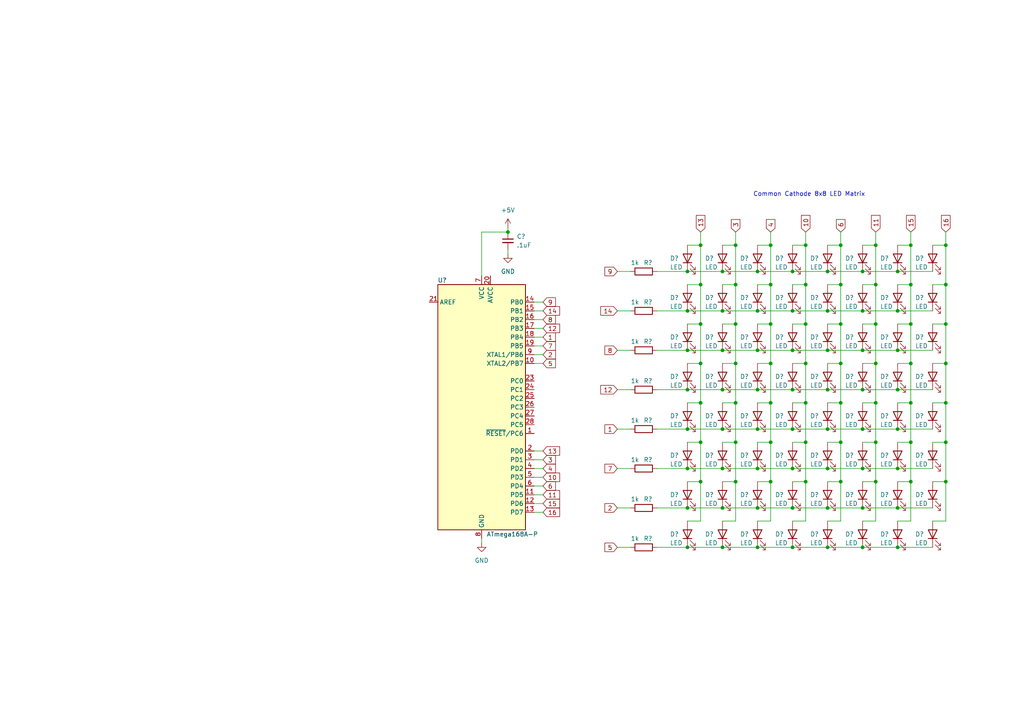
<source format=kicad_sch>
(kicad_sch (version 20211123) (generator eeschema)
  (paper "A4")
  (lib_symbols
    (symbol "Device:C_Small" (pin_numbers hide) (pin_names (offset 0.254) hide)
      (property "Reference" "C" (at 0.254 1.778 0))
      (property "Value" "C_Small" (at 0.254 -2.032 0))
      (symbol "C_Small_0_1"
        (polyline (pts (xy -1.524 -0.508) (xy 1.524 -0.508)) (stroke (width 0.3302)))
        (polyline (pts (xy -1.524 0.508) (xy 1.524 0.508)) (stroke (width 0.3048)))
      )
      (symbol "C_Small_1_1"
        (pin passive line (at 0 2.54 270) (length 2.032) (name "~") (number "1"))
        (pin passive line (at 0 -2.54 90) (length 2.032) (name "~") (number "2"))
      )
    )
    (symbol "Device:LED" (pin_numbers hide) (pin_names (offset 1.016) hide)
      (property "Reference" "D" (at 0 2.54 0))
      (property "Value" "LED" (at 0 -2.54 0))
      (symbol "LED_0_1"
        (polyline (pts (xy -1.27 -1.27) (xy -1.27 1.27)) (stroke (width 0.254)))
        (polyline (pts (xy -1.27 0) (xy 1.27 0)))
        (polyline (pts (xy 1.27 -1.27) (xy 1.27 1.27) (xy -1.27 0) (xy 1.27 -1.27)) (stroke (width 0.254)))
        (polyline (pts (xy -3.048 -0.762) (xy -4.572 -2.286) (xy -3.81 -2.286) (xy -4.572 -2.286) (xy -4.572 -1.524)))
        (polyline (pts (xy -1.778 -0.762) (xy -3.302 -2.286) (xy -2.54 -2.286) (xy -3.302 -2.286) (xy -3.302 -1.524)))
      )
      (symbol "LED_1_1"
        (pin passive line (at -3.81 0 0) (length 2.54) (name "K") (number "1"))
        (pin passive line (at 3.81 0 180) (length 2.54) (name "A") (number "2"))
      )
    )
    (symbol "Device:R" (pin_numbers hide) (pin_names (offset 0))
      (property "Reference" "R" (at 2.032 0 90))
      (property "Value" "R" (at 0 0 90))
      (symbol "R_0_1"
        (rectangle (start -1.016 -2.54) (end 1.016 2.54) (stroke (width 0.254)))
      )
      (symbol "R_1_1"
        (pin passive line (at 0 3.81 270) (length 1.27) (name "~") (number "1"))
        (pin passive line (at 0 -3.81 90) (length 1.27) (name "~") (number "2"))
      )
    )
    (symbol "MCU_Microchip_ATmega:ATmega168A-P"
      (property "Reference" "U" (at -12.7 36.83 0))
      (property "Value" "ATmega168A-P" (at 2.54 -36.83 0))
      (symbol "ATmega168A-P_0_1"
        (rectangle (start -12.7 -35.56) (end 12.7 35.56) (stroke (width 0.254)) (fill (type background)))
      )
      (symbol "ATmega168A-P_1_1"
        (pin bidirectional line (at 15.24 -7.62 180) (length 2.54) (name "~{RESET}/PC6") (number "1"))
        (pin bidirectional line (at 15.24 12.7 180) (length 2.54) (name "XTAL2/PB7") (number "10"))
        (pin bidirectional line (at 15.24 -25.4 180) (length 2.54) (name "PD5") (number "11"))
        (pin bidirectional line (at 15.24 -27.94 180) (length 2.54) (name "PD6") (number "12"))
        (pin bidirectional line (at 15.24 -30.48 180) (length 2.54) (name "PD7") (number "13"))
        (pin bidirectional line (at 15.24 30.48 180) (length 2.54) (name "PB0") (number "14"))
        (pin bidirectional line (at 15.24 27.94 180) (length 2.54) (name "PB1") (number "15"))
        (pin bidirectional line (at 15.24 25.4 180) (length 2.54) (name "PB2") (number "16"))
        (pin bidirectional line (at 15.24 22.86 180) (length 2.54) (name "PB3") (number "17"))
        (pin bidirectional line (at 15.24 20.32 180) (length 2.54) (name "PB4") (number "18"))
        (pin bidirectional line (at 15.24 17.78 180) (length 2.54) (name "PB5") (number "19"))
        (pin bidirectional line (at 15.24 -12.7 180) (length 2.54) (name "PD0") (number "2"))
        (pin power_in line (at 2.54 38.1 270) (length 2.54) (name "AVCC") (number "20"))
        (pin passive line (at -15.24 30.48 0) (length 2.54) (name "AREF") (number "21"))
        (pin passive line (at 0 -38.1 90) (length 2.54) hide (name "GND") (number "22"))
        (pin bidirectional line (at 15.24 7.62 180) (length 2.54) (name "PC0") (number "23"))
        (pin bidirectional line (at 15.24 5.08 180) (length 2.54) (name "PC1") (number "24"))
        (pin bidirectional line (at 15.24 2.54 180) (length 2.54) (name "PC2") (number "25"))
        (pin bidirectional line (at 15.24 0 180) (length 2.54) (name "PC3") (number "26"))
        (pin bidirectional line (at 15.24 -2.54 180) (length 2.54) (name "PC4") (number "27"))
        (pin bidirectional line (at 15.24 -5.08 180) (length 2.54) (name "PC5") (number "28"))
        (pin bidirectional line (at 15.24 -15.24 180) (length 2.54) (name "PD1") (number "3"))
        (pin bidirectional line (at 15.24 -17.78 180) (length 2.54) (name "PD2") (number "4"))
        (pin bidirectional line (at 15.24 -20.32 180) (length 2.54) (name "PD3") (number "5"))
        (pin bidirectional line (at 15.24 -22.86 180) (length 2.54) (name "PD4") (number "6"))
        (pin power_in line (at 0 38.1 270) (length 2.54) (name "VCC") (number "7"))
        (pin power_in line (at 0 -38.1 90) (length 2.54) (name "GND") (number "8"))
        (pin bidirectional line (at 15.24 15.24 180) (length 2.54) (name "XTAL1/PB6") (number "9"))
      )
    )
    (symbol "power:+5V" (power) (pin_names (offset 0))
      (property "Value" "+5V" (at 0 3.556 0))
      (symbol "+5V_0_1"
        (polyline (pts (xy -0.762 1.27) (xy 0 2.54)))
        (polyline (pts (xy 0 0) (xy 0 2.54)))
        (polyline (pts (xy 0 2.54) (xy 0.762 1.27)))
      )
      (symbol "+5V_1_1"
        (pin power_in line (at 0 0 90) (length 0) hide (name "+5V") (number "1"))
      )
    )
    (symbol "power:GND" (power) (pin_names (offset 0))
      (property "Value" "GND" (at 0 -3.81 0))
      (symbol "GND_0_1"
        (polyline (pts (xy 0 0) (xy 0 -1.27) (xy 1.27 -1.27) (xy 0 -2.54) (xy -1.27 -1.27) (xy 0 -1.27)))
      )
      (symbol "GND_1_1"
        (pin power_in line (at 0 0 270) (length 0) hide (name "GND") (number "1"))
      )
    )
  )
  (junction (at 147.32 67.31))
  (junction (at 219.71 113.03))
  (junction (at 233.68 139.7))
  (junction (at 240.03 113.03))
  (junction (at 209.55 158.75))
  (junction (at 260.35 158.75))
  (junction (at 250.19 147.32))
  (junction (at 209.55 78.74))
  (junction (at 203.2 116.84))
  (junction (at 203.2 105.41))
  (junction (at 260.35 78.74))
  (junction (at 243.84 105.41))
  (junction (at 199.39 101.6))
  (junction (at 264.16 139.7))
  (junction (at 264.16 71.12))
  (junction (at 254 71.12))
  (junction (at 229.87 135.89))
  (junction (at 233.68 71.12))
  (junction (at 254 105.41))
  (junction (at 219.71 78.74))
  (junction (at 264.16 93.98))
  (junction (at 240.03 158.75))
  (junction (at 199.39 158.75))
  (junction (at 250.19 124.46))
  (junction (at 240.03 90.17))
  (junction (at 213.36 139.7))
  (junction (at 260.35 124.46))
  (junction (at 254 128.27))
  (junction (at 213.36 128.27))
  (junction (at 229.87 147.32))
  (junction (at 219.71 101.6))
  (junction (at 223.52 71.12))
  (junction (at 250.19 113.03))
  (junction (at 203.2 139.7))
  (junction (at 199.39 124.46))
  (junction (at 203.2 93.98))
  (junction (at 219.71 90.17))
  (junction (at 240.03 135.89))
  (junction (at 250.19 158.75))
  (junction (at 199.39 113.03))
  (junction (at 209.55 147.32))
  (junction (at 229.87 124.46))
  (junction (at 229.87 113.03))
  (junction (at 213.36 93.98))
  (junction (at 203.2 71.12))
  (junction (at 223.52 139.7))
  (junction (at 199.39 135.89))
  (junction (at 243.84 116.84))
  (junction (at 243.84 139.7))
  (junction (at 254 82.55))
  (junction (at 274.32 139.7))
  (junction (at 260.35 101.6))
  (junction (at 199.39 78.74))
  (junction (at 243.84 71.12))
  (junction (at 233.68 93.98))
  (junction (at 209.55 101.6))
  (junction (at 260.35 90.17))
  (junction (at 219.71 158.75))
  (junction (at 213.36 82.55))
  (junction (at 264.16 128.27))
  (junction (at 223.52 128.27))
  (junction (at 260.35 113.03))
  (junction (at 254 93.98))
  (junction (at 219.71 135.89))
  (junction (at 203.2 82.55))
  (junction (at 260.35 147.32))
  (junction (at 213.36 105.41))
  (junction (at 264.16 82.55))
  (junction (at 250.19 135.89))
  (junction (at 213.36 71.12))
  (junction (at 250.19 90.17))
  (junction (at 243.84 93.98))
  (junction (at 223.52 116.84))
  (junction (at 199.39 90.17))
  (junction (at 240.03 124.46))
  (junction (at 240.03 147.32))
  (junction (at 199.39 147.32))
  (junction (at 274.32 116.84))
  (junction (at 209.55 90.17))
  (junction (at 240.03 101.6))
  (junction (at 209.55 135.89))
  (junction (at 209.55 124.46))
  (junction (at 229.87 158.75))
  (junction (at 254 139.7))
  (junction (at 209.55 113.03))
  (junction (at 233.68 82.55))
  (junction (at 223.52 93.98))
  (junction (at 274.32 82.55))
  (junction (at 274.32 71.12))
  (junction (at 213.36 116.84))
  (junction (at 219.71 124.46))
  (junction (at 250.19 78.74))
  (junction (at 254 116.84))
  (junction (at 233.68 128.27))
  (junction (at 229.87 90.17))
  (junction (at 229.87 101.6))
  (junction (at 274.32 93.98))
  (junction (at 243.84 128.27))
  (junction (at 260.35 135.89))
  (junction (at 264.16 116.84))
  (junction (at 233.68 105.41))
  (junction (at 240.03 78.74))
  (junction (at 243.84 82.55))
  (junction (at 229.87 78.74))
  (junction (at 264.16 105.41))
  (junction (at 203.2 128.27))
  (junction (at 233.68 116.84))
  (junction (at 274.32 105.41))
  (junction (at 274.32 128.27))
  (junction (at 219.71 147.32))
  (junction (at 223.52 82.55))
  (junction (at 250.19 101.6))
  (junction (at 223.52 105.41))
  (wire (pts (xy 157.48 148.59) (xy 154.94 148.59)))
  (wire (pts (xy 179.07 113.03) (xy 182.88 113.03)))
  (wire (pts (xy 209.55 124.46) (xy 219.71 124.46)))
  (wire (pts (xy 219.71 135.89) (xy 229.87 135.89)))
  (wire (pts (xy 190.5 78.74) (xy 199.39 78.74)))
  (wire (pts (xy 229.87 101.6) (xy 240.03 101.6)))
  (wire (pts (xy 254 105.41) (xy 254 116.84)))
  (wire (pts (xy 213.36 116.84) (xy 213.36 128.27)))
  (wire (pts (xy 233.68 93.98) (xy 233.68 105.41)))
  (wire (pts (xy 260.35 147.32) (xy 270.51 147.32)))
  (wire (pts (xy 270.51 105.41) (xy 274.32 105.41)))
  (wire (pts (xy 240.03 101.6) (xy 250.19 101.6)))
  (wire (pts (xy 223.52 116.84) (xy 223.52 128.27)))
  (wire (pts (xy 157.48 97.79) (xy 154.94 97.79)))
  (wire (pts (xy 157.48 138.43) (xy 154.94 138.43)))
  (wire (pts (xy 219.71 105.41) (xy 223.52 105.41)))
  (wire (pts (xy 199.39 116.84) (xy 203.2 116.84)))
  (wire (pts (xy 240.03 135.89) (xy 250.19 135.89)))
  (wire (pts (xy 233.68 139.7) (xy 233.68 151.13)))
  (wire (pts (xy 250.19 135.89) (xy 260.35 135.89)))
  (wire (pts (xy 199.39 158.75) (xy 209.55 158.75)))
  (wire (pts (xy 209.55 151.13) (xy 213.36 151.13)))
  (wire (pts (xy 260.35 78.74) (xy 270.51 78.74)))
  (wire (pts (xy 243.84 67.31) (xy 243.84 71.12)))
  (wire (pts (xy 229.87 105.41) (xy 233.68 105.41)))
  (wire (pts (xy 179.07 78.74) (xy 182.88 78.74)))
  (wire (pts (xy 254 82.55) (xy 254 93.98)))
  (wire (pts (xy 274.32 71.12) (xy 274.32 82.55)))
  (wire (pts (xy 199.39 147.32) (xy 209.55 147.32)))
  (wire (pts (xy 213.36 128.27) (xy 213.36 139.7)))
  (wire (pts (xy 254 139.7) (xy 254 151.13)))
  (wire (pts (xy 229.87 147.32) (xy 240.03 147.32)))
  (wire (pts (xy 219.71 113.03) (xy 229.87 113.03)))
  (wire (pts (xy 260.35 135.89) (xy 270.51 135.89)))
  (wire (pts (xy 250.19 128.27) (xy 254 128.27)))
  (wire (pts (xy 157.48 140.97) (xy 154.94 140.97)))
  (wire (pts (xy 219.71 158.75) (xy 229.87 158.75)))
  (wire (pts (xy 250.19 105.41) (xy 254 105.41)))
  (wire (pts (xy 219.71 71.12) (xy 223.52 71.12)))
  (wire (pts (xy 203.2 71.12) (xy 203.2 82.55)))
  (wire (pts (xy 199.39 124.46) (xy 209.55 124.46)))
  (wire (pts (xy 209.55 135.89) (xy 219.71 135.89)))
  (wire (pts (xy 209.55 158.75) (xy 219.71 158.75)))
  (wire (pts (xy 209.55 147.32) (xy 219.71 147.32)))
  (wire (pts (xy 260.35 113.03) (xy 270.51 113.03)))
  (wire (pts (xy 240.03 158.75) (xy 250.19 158.75)))
  (wire (pts (xy 157.48 143.51) (xy 154.94 143.51)))
  (wire (pts (xy 157.48 135.89) (xy 154.94 135.89)))
  (wire (pts (xy 209.55 116.84) (xy 213.36 116.84)))
  (wire (pts (xy 179.07 158.75) (xy 182.88 158.75)))
  (wire (pts (xy 260.35 101.6) (xy 270.51 101.6)))
  (wire (pts (xy 264.16 93.98) (xy 264.16 105.41)))
  (wire (pts (xy 157.48 146.05) (xy 154.94 146.05)))
  (wire (pts (xy 199.39 90.17) (xy 209.55 90.17)))
  (wire (pts (xy 250.19 90.17) (xy 260.35 90.17)))
  (wire (pts (xy 240.03 78.74) (xy 250.19 78.74)))
  (wire (pts (xy 240.03 128.27) (xy 243.84 128.27)))
  (wire (pts (xy 229.87 90.17) (xy 240.03 90.17)))
  (wire (pts (xy 223.52 71.12) (xy 223.52 82.55)))
  (wire (pts (xy 260.35 82.55) (xy 264.16 82.55)))
  (wire (pts (xy 243.84 93.98) (xy 243.84 105.41)))
  (wire (pts (xy 229.87 78.74) (xy 240.03 78.74)))
  (wire (pts (xy 240.03 82.55) (xy 243.84 82.55)))
  (wire (pts (xy 203.2 116.84) (xy 203.2 128.27)))
  (wire (pts (xy 190.5 135.89) (xy 199.39 135.89)))
  (wire (pts (xy 240.03 147.32) (xy 250.19 147.32)))
  (wire (pts (xy 243.84 71.12) (xy 243.84 82.55)))
  (wire (pts (xy 209.55 101.6) (xy 219.71 101.6)))
  (wire (pts (xy 213.36 105.41) (xy 213.36 116.84)))
  (wire (pts (xy 240.03 105.41) (xy 243.84 105.41)))
  (wire (pts (xy 157.48 105.41) (xy 154.94 105.41)))
  (wire (pts (xy 199.39 113.03) (xy 209.55 113.03)))
  (wire (pts (xy 250.19 124.46) (xy 260.35 124.46)))
  (wire (pts (xy 157.48 95.25) (xy 154.94 95.25)))
  (wire (pts (xy 139.7 67.31) (xy 139.7 80.01)))
  (wire (pts (xy 240.03 151.13) (xy 243.84 151.13)))
  (wire (pts (xy 260.35 105.41) (xy 264.16 105.41)))
  (wire (pts (xy 219.71 124.46) (xy 229.87 124.46)))
  (wire (pts (xy 229.87 151.13) (xy 233.68 151.13)))
  (wire (pts (xy 270.51 82.55) (xy 274.32 82.55)))
  (wire (pts (xy 223.52 82.55) (xy 223.52 93.98)))
  (wire (pts (xy 199.39 93.98) (xy 203.2 93.98)))
  (wire (pts (xy 270.51 116.84) (xy 274.32 116.84)))
  (wire (pts (xy 229.87 158.75) (xy 240.03 158.75)))
  (wire (pts (xy 274.32 116.84) (xy 274.32 128.27)))
  (wire (pts (xy 233.68 105.41) (xy 233.68 116.84)))
  (wire (pts (xy 209.55 90.17) (xy 219.71 90.17)))
  (wire (pts (xy 157.48 130.81) (xy 154.94 130.81)))
  (wire (pts (xy 203.2 105.41) (xy 203.2 116.84)))
  (wire (pts (xy 260.35 93.98) (xy 264.16 93.98)))
  (wire (pts (xy 179.07 147.32) (xy 182.88 147.32)))
  (wire (pts (xy 199.39 128.27) (xy 203.2 128.27)))
  (wire (pts (xy 190.5 90.17) (xy 199.39 90.17)))
  (wire (pts (xy 270.51 139.7) (xy 274.32 139.7)))
  (wire (pts (xy 240.03 90.17) (xy 250.19 90.17)))
  (wire (pts (xy 229.87 93.98) (xy 233.68 93.98)))
  (wire (pts (xy 274.32 128.27) (xy 274.32 139.7)))
  (wire (pts (xy 250.19 151.13) (xy 254 151.13)))
  (wire (pts (xy 233.68 116.84) (xy 233.68 128.27)))
  (wire (pts (xy 209.55 82.55) (xy 213.36 82.55)))
  (wire (pts (xy 139.7 67.31) (xy 147.32 67.31)))
  (wire (pts (xy 219.71 101.6) (xy 229.87 101.6)))
  (wire (pts (xy 213.36 139.7) (xy 213.36 151.13)))
  (wire (pts (xy 250.19 78.74) (xy 260.35 78.74)))
  (wire (pts (xy 274.32 139.7) (xy 274.32 151.13)))
  (wire (pts (xy 260.35 158.75) (xy 270.51 158.75)))
  (wire (pts (xy 254 71.12) (xy 254 82.55)))
  (wire (pts (xy 179.07 90.17) (xy 182.88 90.17)))
  (wire (pts (xy 223.52 93.98) (xy 223.52 105.41)))
  (wire (pts (xy 179.07 135.89) (xy 182.88 135.89)))
  (wire (pts (xy 190.5 147.32) (xy 199.39 147.32)))
  (wire (pts (xy 209.55 128.27) (xy 213.36 128.27)))
  (wire (pts (xy 219.71 116.84) (xy 223.52 116.84)))
  (wire (pts (xy 270.51 151.13) (xy 274.32 151.13)))
  (wire (pts (xy 243.84 139.7) (xy 243.84 151.13)))
  (wire (pts (xy 264.16 116.84) (xy 264.16 128.27)))
  (wire (pts (xy 240.03 93.98) (xy 243.84 93.98)))
  (wire (pts (xy 264.16 105.41) (xy 264.16 116.84)))
  (wire (pts (xy 199.39 135.89) (xy 209.55 135.89)))
  (wire (pts (xy 223.52 139.7) (xy 223.52 151.13)))
  (wire (pts (xy 219.71 93.98) (xy 223.52 93.98)))
  (wire (pts (xy 209.55 105.41) (xy 213.36 105.41)))
  (wire (pts (xy 260.35 128.27) (xy 264.16 128.27)))
  (wire (pts (xy 203.2 139.7) (xy 203.2 151.13)))
  (wire (pts (xy 190.5 101.6) (xy 199.39 101.6)))
  (wire (pts (xy 229.87 82.55) (xy 233.68 82.55)))
  (wire (pts (xy 229.87 113.03) (xy 240.03 113.03)))
  (wire (pts (xy 223.52 67.31) (xy 223.52 71.12)))
  (wire (pts (xy 260.35 139.7) (xy 264.16 139.7)))
  (wire (pts (xy 270.51 93.98) (xy 274.32 93.98)))
  (wire (pts (xy 240.03 116.84) (xy 243.84 116.84)))
  (wire (pts (xy 213.36 93.98) (xy 213.36 105.41)))
  (wire (pts (xy 157.48 90.17) (xy 154.94 90.17)))
  (wire (pts (xy 243.84 82.55) (xy 243.84 93.98)))
  (wire (pts (xy 199.39 139.7) (xy 203.2 139.7)))
  (wire (pts (xy 190.5 113.03) (xy 199.39 113.03)))
  (wire (pts (xy 250.19 147.32) (xy 260.35 147.32)))
  (wire (pts (xy 270.51 71.12) (xy 274.32 71.12)))
  (wire (pts (xy 209.55 93.98) (xy 213.36 93.98)))
  (wire (pts (xy 274.32 93.98) (xy 274.32 105.41)))
  (wire (pts (xy 229.87 71.12) (xy 233.68 71.12)))
  (wire (pts (xy 229.87 128.27) (xy 233.68 128.27)))
  (wire (pts (xy 254 93.98) (xy 254 105.41)))
  (wire (pts (xy 250.19 82.55) (xy 254 82.55)))
  (wire (pts (xy 190.5 158.75) (xy 199.39 158.75)))
  (wire (pts (xy 190.5 124.46) (xy 199.39 124.46)))
  (wire (pts (xy 229.87 139.7) (xy 233.68 139.7)))
  (wire (pts (xy 203.2 93.98) (xy 203.2 105.41)))
  (wire (pts (xy 199.39 151.13) (xy 203.2 151.13)))
  (wire (pts (xy 243.84 128.27) (xy 243.84 139.7)))
  (wire (pts (xy 260.35 116.84) (xy 264.16 116.84)))
  (wire (pts (xy 209.55 139.7) (xy 213.36 139.7)))
  (wire (pts (xy 199.39 105.41) (xy 203.2 105.41)))
  (wire (pts (xy 147.32 72.39) (xy 147.32 73.66)))
  (wire (pts (xy 199.39 78.74) (xy 209.55 78.74)))
  (wire (pts (xy 274.32 67.31) (xy 274.32 71.12)))
  (wire (pts (xy 264.16 128.27) (xy 264.16 139.7)))
  (wire (pts (xy 157.48 102.87) (xy 154.94 102.87)))
  (wire (pts (xy 264.16 67.31) (xy 264.16 71.12)))
  (wire (pts (xy 254 67.31) (xy 254 71.12)))
  (wire (pts (xy 209.55 78.74) (xy 219.71 78.74)))
  (wire (pts (xy 203.2 67.31) (xy 203.2 71.12)))
  (wire (pts (xy 274.32 105.41) (xy 274.32 116.84)))
  (wire (pts (xy 260.35 71.12) (xy 264.16 71.12)))
  (wire (pts (xy 250.19 71.12) (xy 254 71.12)))
  (wire (pts (xy 157.48 92.71) (xy 154.94 92.71)))
  (wire (pts (xy 157.48 87.63) (xy 154.94 87.63)))
  (wire (pts (xy 233.68 128.27) (xy 233.68 139.7)))
  (wire (pts (xy 254 116.84) (xy 254 128.27)))
  (wire (pts (xy 240.03 71.12) (xy 243.84 71.12)))
  (wire (pts (xy 219.71 139.7) (xy 223.52 139.7)))
  (wire (pts (xy 219.71 128.27) (xy 223.52 128.27)))
  (wire (pts (xy 219.71 82.55) (xy 223.52 82.55)))
  (wire (pts (xy 243.84 105.41) (xy 243.84 116.84)))
  (wire (pts (xy 219.71 90.17) (xy 229.87 90.17)))
  (wire (pts (xy 199.39 82.55) (xy 203.2 82.55)))
  (wire (pts (xy 260.35 124.46) (xy 270.51 124.46)))
  (wire (pts (xy 157.48 133.35) (xy 154.94 133.35)))
  (wire (pts (xy 264.16 71.12) (xy 264.16 82.55)))
  (wire (pts (xy 233.68 67.31) (xy 233.68 71.12)))
  (wire (pts (xy 213.36 67.31) (xy 213.36 71.12)))
  (wire (pts (xy 203.2 128.27) (xy 203.2 139.7)))
  (wire (pts (xy 203.2 82.55) (xy 203.2 93.98)))
  (wire (pts (xy 250.19 93.98) (xy 254 93.98)))
  (wire (pts (xy 229.87 124.46) (xy 240.03 124.46)))
  (wire (pts (xy 250.19 139.7) (xy 254 139.7)))
  (wire (pts (xy 213.36 82.55) (xy 213.36 93.98)))
  (wire (pts (xy 250.19 116.84) (xy 254 116.84)))
  (wire (pts (xy 233.68 71.12) (xy 233.68 82.55)))
  (wire (pts (xy 179.07 101.6) (xy 182.88 101.6)))
  (wire (pts (xy 240.03 124.46) (xy 250.19 124.46)))
  (wire (pts (xy 179.07 124.46) (xy 182.88 124.46)))
  (wire (pts (xy 157.48 100.33) (xy 154.94 100.33)))
  (wire (pts (xy 240.03 139.7) (xy 243.84 139.7)))
  (wire (pts (xy 199.39 101.6) (xy 209.55 101.6)))
  (wire (pts (xy 264.16 82.55) (xy 264.16 93.98)))
  (wire (pts (xy 223.52 128.27) (xy 223.52 139.7)))
  (wire (pts (xy 233.68 82.55) (xy 233.68 93.98)))
  (wire (pts (xy 250.19 158.75) (xy 260.35 158.75)))
  (wire (pts (xy 209.55 113.03) (xy 219.71 113.03)))
  (wire (pts (xy 213.36 71.12) (xy 213.36 82.55)))
  (wire (pts (xy 229.87 116.84) (xy 233.68 116.84)))
  (wire (pts (xy 209.55 71.12) (xy 213.36 71.12)))
  (wire (pts (xy 264.16 139.7) (xy 264.16 151.13)))
  (wire (pts (xy 147.32 66.04) (xy 147.32 67.31)))
  (wire (pts (xy 260.35 151.13) (xy 264.16 151.13)))
  (wire (pts (xy 139.7 156.21) (xy 139.7 157.48)))
  (wire (pts (xy 219.71 151.13) (xy 223.52 151.13)))
  (wire (pts (xy 254 128.27) (xy 254 139.7)))
  (wire (pts (xy 223.52 105.41) (xy 223.52 116.84)))
  (wire (pts (xy 250.19 101.6) (xy 260.35 101.6)))
  (wire (pts (xy 219.71 78.74) (xy 229.87 78.74)))
  (wire (pts (xy 240.03 113.03) (xy 250.19 113.03)))
  (wire (pts (xy 260.35 90.17) (xy 270.51 90.17)))
  (wire (pts (xy 250.19 113.03) (xy 260.35 113.03)))
  (wire (pts (xy 270.51 128.27) (xy 274.32 128.27)))
  (wire (pts (xy 243.84 116.84) (xy 243.84 128.27)))
  (wire (pts (xy 229.87 135.89) (xy 240.03 135.89)))
  (wire (pts (xy 199.39 71.12) (xy 203.2 71.12)))
  (wire (pts (xy 219.71 147.32) (xy 229.87 147.32)))
  (wire (pts (xy 274.32 82.55) (xy 274.32 93.98)))
  (text "Common Cathode 8x8 LED Matrix" (at 218.44 57.15 0) (effects (font (size 1.27 1.27)) (justify left bottom)))
  (global_label "3" (shape input) (at 213.36 67.31 90) (property "Intersheet References" "${INTERSHEET_REFS}" (effects hide)))
  (global_label "10" (shape input) (at 233.68 67.31 90) (property "Intersheet References" "${INTERSHEET_REFS}" (effects hide)))
  (global_label "4" (shape input) (at 223.52 67.31 90) (property "Intersheet References" "${INTERSHEET_REFS}" (effects hide)))
  (global_label "2" (shape input) (at 157.48 102.87 0) (property "Intersheet References" "${INTERSHEET_REFS}" (effects hide)))
  (global_label "6" (shape input) (at 157.48 140.97 0) (property "Intersheet References" "${INTERSHEET_REFS}" (effects hide)))
  (global_label "3" (shape input) (at 157.48 133.35 0) (property "Intersheet References" "${INTERSHEET_REFS}" (effects hide)))
  (global_label "8" (shape input) (at 157.48 92.71 0) (property "Intersheet References" "${INTERSHEET_REFS}" (effects hide)))
  (global_label "9" (shape input) (at 157.48 87.63 0) (property "Intersheet References" "${INTERSHEET_REFS}" (effects hide)))
  (global_label "16" (shape input) (at 157.48 148.59 0) (property "Intersheet References" "${INTERSHEET_REFS}" (effects hide)))
  (global_label "5" (shape input) (at 157.48 105.41 0) (property "Intersheet References" "${INTERSHEET_REFS}" (effects hide)))
  (global_label "14" (shape input) (at 157.48 90.17 0) (property "Intersheet References" "${INTERSHEET_REFS}" (effects hide)))
  (global_label "6" (shape input) (at 243.84 67.31 90) (property "Intersheet References" "${INTERSHEET_REFS}" (effects hide)))
  (global_label "15" (shape input) (at 264.16 67.31 90) (property "Intersheet References" "${INTERSHEET_REFS}" (effects hide)))
  (global_label "12" (shape input) (at 179.07 113.03 180) (property "Intersheet References" "${INTERSHEET_REFS}" (effects hide)))
  (global_label "15" (shape input) (at 157.48 146.05 0) (property "Intersheet References" "${INTERSHEET_REFS}" (effects hide)))
  (global_label "13" (shape input) (at 203.2 67.31 90) (property "Intersheet References" "${INTERSHEET_REFS}" (effects hide)))
  (global_label "1" (shape input) (at 157.48 97.79 0) (property "Intersheet References" "${INTERSHEET_REFS}" (effects hide)))
  (global_label "11" (shape input) (at 254 67.31 90) (property "Intersheet References" "${INTERSHEET_REFS}" (effects hide)))
  (global_label "2" (shape input) (at 179.07 147.32 180) (property "Intersheet References" "${INTERSHEET_REFS}" (effects hide)))
  (global_label "14" (shape input) (at 179.07 90.17 180) (property "Intersheet References" "${INTERSHEET_REFS}" (effects hide)))
  (global_label "9" (shape input) (at 179.07 78.74 180) (property "Intersheet References" "${INTERSHEET_REFS}" (effects hide)))
  (global_label "1" (shape input) (at 179.07 124.46 180) (property "Intersheet References" "${INTERSHEET_REFS}" (effects hide)))
  (global_label "8" (shape input) (at 179.07 101.6 180) (property "Intersheet References" "${INTERSHEET_REFS}" (effects hide)))
  (global_label "7" (shape input) (at 179.07 135.89 180) (property "Intersheet References" "${INTERSHEET_REFS}" (effects hide)))
  (global_label "12" (shape input) (at 157.48 95.25 0) (property "Intersheet References" "${INTERSHEET_REFS}" (effects hide)))
  (global_label "7" (shape input) (at 157.48 100.33 0) (property "Intersheet References" "${INTERSHEET_REFS}" (effects hide)))
  (global_label "13" (shape input) (at 157.48 130.81 0) (property "Intersheet References" "${INTERSHEET_REFS}" (effects hide)))
  (global_label "16" (shape input) (at 274.32 67.31 90) (property "Intersheet References" "${INTERSHEET_REFS}" (effects hide)))
  (global_label "10" (shape input) (at 157.48 138.43 0) (property "Intersheet References" "${INTERSHEET_REFS}" (effects hide)))
  (global_label "11" (shape input) (at 157.48 143.51 0) (property "Intersheet References" "${INTERSHEET_REFS}" (effects hide)))
  (global_label "4" (shape input) (at 157.48 135.89 0) (property "Intersheet References" "${INTERSHEET_REFS}" (effects hide)))
  (global_label "5" (shape input) (at 179.07 158.75 180) (property "Intersheet References" "${INTERSHEET_REFS}" (effects hide)))
  (symbol (lib_id "Device:LED") (at 250.19 132.08 90) (unit 1)
    (property "Reference" "D?" (at 245.11 132.08 90) (effects (justify right)))
    (property "Value" "LED" (at 245.11 134.62 90) (effects (justify right)))
  )
  (symbol (lib_id "Device:LED") (at 199.39 109.22 90) (unit 1)
    (property "Reference" "D?" (at 194.31 109.22 90) (effects (justify right)))
    (property "Value" "LED" (at 194.31 111.76 90) (effects (justify right)))
  )
  (symbol (lib_id "MCU_Microchip_ATmega:ATmega168A-P") (at 139.7 118.11 0) (unit 1)
    (property "Reference" "U?" (at 128.27 81.28 0))
    (property "Value" "ATmega168A-P" (at 148.59 154.94 0))
    (property "Footprint" "Package_DIP:DIP-28_W7.62mm" (effects hide))
    (property "Datasheet" "http://ww1.microchip.com/downloads/en/DeviceDoc/ATmega48A_88A_168A-Data-Sheet-40002007A.pdf" (effects hide))
  )
  (symbol (lib_id "Device:LED") (at 209.55 120.65 90) (unit 1)
    (property "Reference" "D?" (at 204.47 120.65 90) (effects (justify right)))
    (property "Value" "LED" (at 204.47 123.19 90) (effects (justify right)))
  )
  (symbol (lib_id "Device:LED") (at 219.71 86.36 90) (unit 1)
    (property "Reference" "D?" (at 214.63 86.36 90) (effects (justify right)))
    (property "Value" "LED" (at 214.63 88.9 90) (effects (justify right)))
  )
  (symbol (lib_id "Device:LED") (at 260.35 97.79 90) (unit 1)
    (property "Reference" "D?" (at 255.27 97.79 90) (effects (justify right)))
    (property "Value" "LED" (at 255.27 100.33 90) (effects (justify right)))
  )
  (symbol (lib_id "Device:LED") (at 229.87 143.51 90) (unit 1)
    (property "Reference" "D?" (at 224.79 143.51 90) (effects (justify right)))
    (property "Value" "LED" (at 224.79 146.05 90) (effects (justify right)))
  )
  (symbol (lib_id "Device:LED") (at 240.03 120.65 90) (unit 1)
    (property "Reference" "D?" (at 234.95 120.65 90) (effects (justify right)))
    (property "Value" "LED" (at 234.95 123.19 90) (effects (justify right)))
  )
  (symbol (lib_id "Device:LED") (at 199.39 143.51 90) (unit 1)
    (property "Reference" "D?" (at 194.31 143.51 90) (effects (justify right)))
    (property "Value" "LED" (at 194.31 146.05 90) (effects (justify right)))
  )
  (symbol (lib_id "power:GND") (at 139.7 157.48 0) (unit 1)
    (property "Reference" "#PWR?" (effects hide))
    (property "Value" "GND" (at 139.7 162.56 0))
  )
  (symbol (lib_id "Device:LED") (at 240.03 97.79 90) (unit 1)
    (property "Reference" "D?" (at 234.95 97.79 90) (effects (justify right)))
    (property "Value" "LED" (at 234.95 100.33 90) (effects (justify right)))
  )
  (symbol (lib_id "Device:LED") (at 209.55 143.51 90) (unit 1)
    (property "Reference" "D?" (at 204.47 143.51 90) (effects (justify right)))
    (property "Value" "LED" (at 204.47 146.05 90) (effects (justify right)))
  )
  (symbol (lib_id "Device:R") (at 186.69 147.32 90) (unit 1)
    (property "Reference" "R?" (at 187.96 144.78 90))
    (property "Value" "1k" (at 184.15 144.78 90))
  )
  (symbol (lib_id "Device:LED") (at 219.71 132.08 90) (unit 1)
    (property "Reference" "D?" (at 214.63 132.08 90) (effects (justify right)))
    (property "Value" "LED" (at 214.63 134.62 90) (effects (justify right)))
  )
  (symbol (lib_id "Device:LED") (at 219.71 120.65 90) (unit 1)
    (property "Reference" "D?" (at 214.63 120.65 90) (effects (justify right)))
    (property "Value" "LED" (at 214.63 123.19 90) (effects (justify right)))
  )
  (symbol (lib_id "Device:LED") (at 219.71 154.94 90) (unit 1)
    (property "Reference" "D?" (at 214.63 154.94 90) (effects (justify right)))
    (property "Value" "LED" (at 214.63 157.48 90) (effects (justify right)))
  )
  (symbol (lib_id "Device:LED") (at 260.35 132.08 90) (unit 1)
    (property "Reference" "D?" (at 255.27 132.08 90) (effects (justify right)))
    (property "Value" "LED" (at 255.27 134.62 90) (effects (justify right)))
  )
  (symbol (lib_id "Device:LED") (at 240.03 74.93 90) (unit 1)
    (property "Reference" "D?" (at 234.95 74.93 90) (effects (justify right)))
    (property "Value" "LED" (at 234.95 77.47 90) (effects (justify right)))
  )
  (symbol (lib_id "Device:LED") (at 219.71 74.93 90) (unit 1)
    (property "Reference" "D?" (at 214.63 74.93 90) (effects (justify right)))
    (property "Value" "LED" (at 214.63 77.47 90) (effects (justify right)))
  )
  (symbol (lib_id "Device:LED") (at 240.03 109.22 90) (unit 1)
    (property "Reference" "D?" (at 234.95 109.22 90) (effects (justify right)))
    (property "Value" "LED" (at 234.95 111.76 90) (effects (justify right)))
  )
  (symbol (lib_id "Device:R") (at 186.69 90.17 90) (unit 1)
    (property "Reference" "R?" (at 187.96 87.63 90))
    (property "Value" "1k" (at 184.15 87.63 90))
  )
  (symbol (lib_id "Device:LED") (at 260.35 86.36 90) (unit 1)
    (property "Reference" "D?" (at 255.27 86.36 90) (effects (justify right)))
    (property "Value" "LED" (at 255.27 88.9 90) (effects (justify right)))
  )
  (symbol (lib_id "Device:LED") (at 199.39 120.65 90) (unit 1)
    (property "Reference" "D?" (at 194.31 120.65 90) (effects (justify right)))
    (property "Value" "LED" (at 194.31 123.19 90) (effects (justify right)))
  )
  (symbol (lib_id "Device:LED") (at 250.19 74.93 90) (unit 1)
    (property "Reference" "D?" (at 245.11 74.93 90) (effects (justify right)))
    (property "Value" "LED" (at 245.11 77.47 90) (effects (justify right)))
  )
  (symbol (lib_id "Device:R") (at 186.69 113.03 90) (unit 1)
    (property "Reference" "R?" (at 187.96 110.49 90))
    (property "Value" "1k" (at 184.15 110.49 90))
  )
  (symbol (lib_id "Device:LED") (at 270.51 97.79 90) (unit 1)
    (property "Reference" "D?" (at 265.43 97.79 90) (effects (justify right)))
    (property "Value" "LED" (at 265.43 100.33 90) (effects (justify right)))
  )
  (symbol (lib_id "Device:LED") (at 270.51 74.93 90) (unit 1)
    (property "Reference" "D?" (at 265.43 74.93 90) (effects (justify right)))
    (property "Value" "LED" (at 265.43 77.47 90) (effects (justify right)))
  )
  (symbol (lib_id "Device:LED") (at 209.55 109.22 90) (unit 1)
    (property "Reference" "D?" (at 204.47 109.22 90) (effects (justify right)))
    (property "Value" "LED" (at 204.47 111.76 90) (effects (justify right)))
  )
  (symbol (lib_id "Device:LED") (at 219.71 143.51 90) (unit 1)
    (property "Reference" "D?" (at 214.63 143.51 90) (effects (justify right)))
    (property "Value" "LED" (at 214.63 146.05 90) (effects (justify right)))
  )
  (symbol (lib_id "Device:LED") (at 229.87 97.79 90) (unit 1)
    (property "Reference" "D?" (at 224.79 97.79 90) (effects (justify right)))
    (property "Value" "LED" (at 224.79 100.33 90) (effects (justify right)))
  )
  (symbol (lib_id "Device:LED") (at 260.35 109.22 90) (unit 1)
    (property "Reference" "D?" (at 255.27 109.22 90) (effects (justify right)))
    (property "Value" "LED" (at 255.27 111.76 90) (effects (justify right)))
  )
  (symbol (lib_id "Device:LED") (at 219.71 109.22 90) (unit 1)
    (property "Reference" "D?" (at 214.63 109.22 90) (effects (justify right)))
    (property "Value" "LED" (at 214.63 111.76 90) (effects (justify right)))
  )
  (symbol (lib_id "Device:LED") (at 209.55 97.79 90) (unit 1)
    (property "Reference" "D?" (at 204.47 97.79 90) (effects (justify right)))
    (property "Value" "LED" (at 204.47 100.33 90) (effects (justify right)))
  )
  (symbol (lib_id "Device:LED") (at 260.35 74.93 90) (unit 1)
    (property "Reference" "D?" (at 255.27 74.93 90) (effects (justify right)))
    (property "Value" "LED" (at 255.27 77.47 90) (effects (justify right)))
  )
  (symbol (lib_id "Device:R") (at 186.69 101.6 90) (unit 1)
    (property "Reference" "R?" (at 187.96 99.06 90))
    (property "Value" "1k" (at 184.15 99.06 90))
  )
  (symbol (lib_id "Device:LED") (at 260.35 143.51 90) (unit 1)
    (property "Reference" "D?" (at 255.27 143.51 90) (effects (justify right)))
    (property "Value" "LED" (at 255.27 146.05 90) (effects (justify right)))
  )
  (symbol (lib_id "Device:LED") (at 250.19 154.94 90) (unit 1)
    (property "Reference" "D?" (at 245.11 154.94 90) (effects (justify right)))
    (property "Value" "LED" (at 245.11 157.48 90) (effects (justify right)))
  )
  (symbol (lib_id "Device:LED") (at 229.87 86.36 90) (unit 1)
    (property "Reference" "D?" (at 224.79 86.36 90) (effects (justify right)))
    (property "Value" "LED" (at 224.79 88.9 90) (effects (justify right)))
  )
  (symbol (lib_id "Device:LED") (at 260.35 154.94 90) (unit 1)
    (property "Reference" "D?" (at 255.27 154.94 90) (effects (justify right)))
    (property "Value" "LED" (at 255.27 157.48 90) (effects (justify right)))
  )
  (symbol (lib_id "Device:LED") (at 240.03 132.08 90) (unit 1)
    (property "Reference" "D?" (at 234.95 132.08 90) (effects (justify right)))
    (property "Value" "LED" (at 234.95 134.62 90) (effects (justify right)))
  )
  (symbol (lib_id "Device:LED") (at 209.55 86.36 90) (unit 1)
    (property "Reference" "D?" (at 204.47 86.36 90) (effects (justify right)))
    (property "Value" "LED" (at 204.47 88.9 90) (effects (justify right)))
  )
  (symbol (lib_id "Device:LED") (at 199.39 154.94 90) (unit 1)
    (property "Reference" "D?" (at 194.31 154.94 90) (effects (justify right)))
    (property "Value" "LED" (at 194.31 157.48 90) (effects (justify right)))
  )
  (symbol (lib_id "Device:LED") (at 240.03 86.36 90) (unit 1)
    (property "Reference" "D?" (at 234.95 86.36 90) (effects (justify right)))
    (property "Value" "LED" (at 234.95 88.9 90) (effects (justify right)))
  )
  (symbol (lib_id "Device:R") (at 186.69 158.75 90) (unit 1)
    (property "Reference" "R?" (at 187.96 156.21 90))
    (property "Value" "1k" (at 184.15 156.21 90))
  )
  (symbol (lib_id "Device:LED") (at 270.51 86.36 90) (unit 1)
    (property "Reference" "D?" (at 265.43 86.36 90) (effects (justify right)))
    (property "Value" "LED" (at 265.43 88.9 90) (effects (justify right)))
  )
  (symbol (lib_id "Device:LED") (at 209.55 74.93 90) (unit 1)
    (property "Reference" "D?" (at 204.47 74.93 90) (effects (justify right)))
    (property "Value" "LED" (at 204.47 77.47 90) (effects (justify right)))
  )
  (symbol (lib_id "Device:LED") (at 209.55 132.08 90) (unit 1)
    (property "Reference" "D?" (at 204.47 132.08 90) (effects (justify right)))
    (property "Value" "LED" (at 204.47 134.62 90) (effects (justify right)))
  )
  (symbol (lib_id "Device:LED") (at 229.87 109.22 90) (unit 1)
    (property "Reference" "D?" (at 224.79 109.22 90) (effects (justify right)))
    (property "Value" "LED" (at 224.79 111.76 90) (effects (justify right)))
  )
  (symbol (lib_id "Device:LED") (at 240.03 154.94 90) (unit 1)
    (property "Reference" "D?" (at 234.95 154.94 90) (effects (justify right)))
    (property "Value" "LED" (at 234.95 157.48 90) (effects (justify right)))
  )
  (symbol (lib_id "Device:LED") (at 240.03 143.51 90) (unit 1)
    (property "Reference" "D?" (at 234.95 143.51 90) (effects (justify right)))
    (property "Value" "LED" (at 234.95 146.05 90) (effects (justify right)))
  )
  (symbol (lib_id "power:GND") (at 147.32 73.66 0) (unit 1)
    (property "Reference" "#PWR?" (effects hide))
    (property "Value" "GND" (at 147.32 78.74 0))
  )
  (symbol (lib_id "Device:C_Small") (at 147.32 69.85 0) (unit 1)
    (property "Reference" "C?" (at 149.86 68.5862 0) (effects (justify left)))
    (property "Value" ".1uF" (at 149.86 71.1262 0) (effects (justify left)))
  )
  (symbol (lib_id "Device:LED") (at 250.19 143.51 90) (unit 1)
    (property "Reference" "D?" (at 245.11 143.51 90) (effects (justify right)))
    (property "Value" "LED" (at 245.11 146.05 90) (effects (justify right)))
  )
  (symbol (lib_id "Device:LED") (at 250.19 120.65 90) (unit 1)
    (property "Reference" "D?" (at 245.11 120.65 90) (effects (justify right)))
    (property "Value" "LED" (at 245.11 123.19 90) (effects (justify right)))
  )
  (symbol (lib_id "Device:LED") (at 219.71 97.79 90) (unit 1)
    (property "Reference" "D?" (at 214.63 97.79 90) (effects (justify right)))
    (property "Value" "LED" (at 214.63 100.33 90) (effects (justify right)))
  )
  (symbol (lib_id "Device:LED") (at 199.39 132.08 90) (unit 1)
    (property "Reference" "D?" (at 194.31 132.08 90) (effects (justify right)))
    (property "Value" "LED" (at 194.31 134.62 90) (effects (justify right)))
  )
  (symbol (lib_id "power:+5V") (at 147.32 66.04 0) (unit 1)
    (property "Reference" "#PWR?" (effects hide))
    (property "Value" "+5V" (at 147.32 60.96 0))
  )
  (symbol (lib_id "Device:LED") (at 229.87 132.08 90) (unit 1)
    (property "Reference" "D?" (at 224.79 132.08 90) (effects (justify right)))
    (property "Value" "LED" (at 224.79 134.62 90) (effects (justify right)))
  )
  (symbol (lib_id "Device:LED") (at 229.87 154.94 90) (unit 1)
    (property "Reference" "D?" (at 224.79 154.94 90) (effects (justify right)))
    (property "Value" "LED" (at 224.79 157.48 90) (effects (justify right)))
  )
  (symbol (lib_id "Device:LED") (at 250.19 86.36 90) (unit 1)
    (property "Reference" "D?" (at 245.11 86.36 90) (effects (justify right)))
    (property "Value" "LED" (at 245.11 88.9 90) (effects (justify right)))
  )
  (symbol (lib_id "Device:LED") (at 270.51 143.51 90) (unit 1)
    (property "Reference" "D?" (at 265.43 143.51 90) (effects (justify right)))
    (property "Value" "LED" (at 265.43 146.05 90) (effects (justify right)))
  )
  (symbol (lib_id "Device:R") (at 186.69 124.46 90) (unit 1)
    (property "Reference" "R?" (at 187.96 121.92 90))
    (property "Value" "1k" (at 184.15 121.92 90))
  )
  (symbol (lib_id "Device:R") (at 186.69 135.89 90) (unit 1)
    (property "Reference" "R?" (at 187.96 133.35 90))
    (property "Value" "1k" (at 184.15 133.35 90))
  )
  (symbol (lib_id "Device:LED") (at 209.55 154.94 90) (unit 1)
    (property "Reference" "D?" (at 204.47 154.94 90) (effects (justify right)))
    (property "Value" "LED" (at 204.47 157.48 90) (effects (justify right)))
  )
  (symbol (lib_id "Device:LED") (at 250.19 97.79 90) (unit 1)
    (property "Reference" "D?" (at 245.11 97.79 90) (effects (justify right)))
    (property "Value" "LED" (at 245.11 100.33 90) (effects (justify right)))
  )
  (symbol (lib_id "Device:LED") (at 270.51 154.94 90) (unit 1)
    (property "Reference" "D?" (at 265.43 154.94 90) (effects (justify right)))
    (property "Value" "LED" (at 265.43 157.48 90) (effects (justify right)))
  )
  (symbol (lib_id "Device:LED") (at 250.19 109.22 90) (unit 1)
    (property "Reference" "D?" (at 245.11 109.22 90) (effects (justify right)))
    (property "Value" "LED" (at 245.11 111.76 90) (effects (justify right)))
  )
  (symbol (lib_id "Device:LED") (at 199.39 74.93 90) (unit 1)
    (property "Reference" "D?" (at 194.31 74.93 90) (effects (justify right)))
    (property "Value" "LED" (at 194.31 77.47 90) (effects (justify right)))
  )
  (symbol (lib_id "Device:LED") (at 260.35 120.65 90) (unit 1)
    (property "Reference" "D?" (at 255.27 120.65 90) (effects (justify right)))
    (property "Value" "LED" (at 255.27 123.19 90) (effects (justify right)))
  )
  (symbol (lib_id "Device:LED") (at 199.39 86.36 90) (unit 1)
    (property "Reference" "D?" (at 194.31 86.36 90) (effects (justify right)))
    (property "Value" "LED" (at 194.31 88.9 90) (effects (justify right)))
  )
  (symbol (lib_id "Device:LED") (at 229.87 120.65 90) (unit 1)
    (property "Reference" "D?" (at 224.79 120.65 90) (effects (justify right)))
    (property "Value" "LED" (at 224.79 123.19 90) (effects (justify right)))
  )
  (symbol (lib_id "Device:LED") (at 270.51 109.22 90) (unit 1)
    (property "Reference" "D?" (at 265.43 109.22 90) (effects (justify right)))
    (property "Value" "LED" (at 265.43 111.76 90) (effects (justify right)))
  )
  (symbol (lib_id "Device:LED") (at 270.51 120.65 90) (unit 1)
    (property "Reference" "D?" (at 265.43 120.65 90) (effects (justify right)))
    (property "Value" "LED" (at 265.43 123.19 90) (effects (justify right)))
  )
  (symbol (lib_id "Device:R") (at 186.69 78.74 90) (unit 1)
    (property "Reference" "R?" (at 187.96 76.2 90))
    (property "Value" "1k" (at 184.15 76.2 90))
  )
  (symbol (lib_id "Device:LED") (at 229.87 74.93 90) (unit 1)
    (property "Reference" "D?" (at 224.79 74.93 90) (effects (justify right)))
    (property "Value" "LED" (at 224.79 77.47 90) (effects (justify right)))
  )
  (symbol (lib_id "Device:LED") (at 199.39 97.79 90) (unit 1)
    (property "Reference" "D?" (at 194.31 97.79 90) (effects (justify right)))
    (property "Value" "LED" (at 194.31 100.33 90) (effects (justify right)))
  )
  (symbol (lib_id "Device:LED") (at 270.51 132.08 90) (unit 1)
    (property "Reference" "D?" (at 265.43 132.08 90) (effects (justify right)))
    (property "Value" "LED" (at 265.43 134.62 90) (effects (justify right)))
  )
)
</source>
